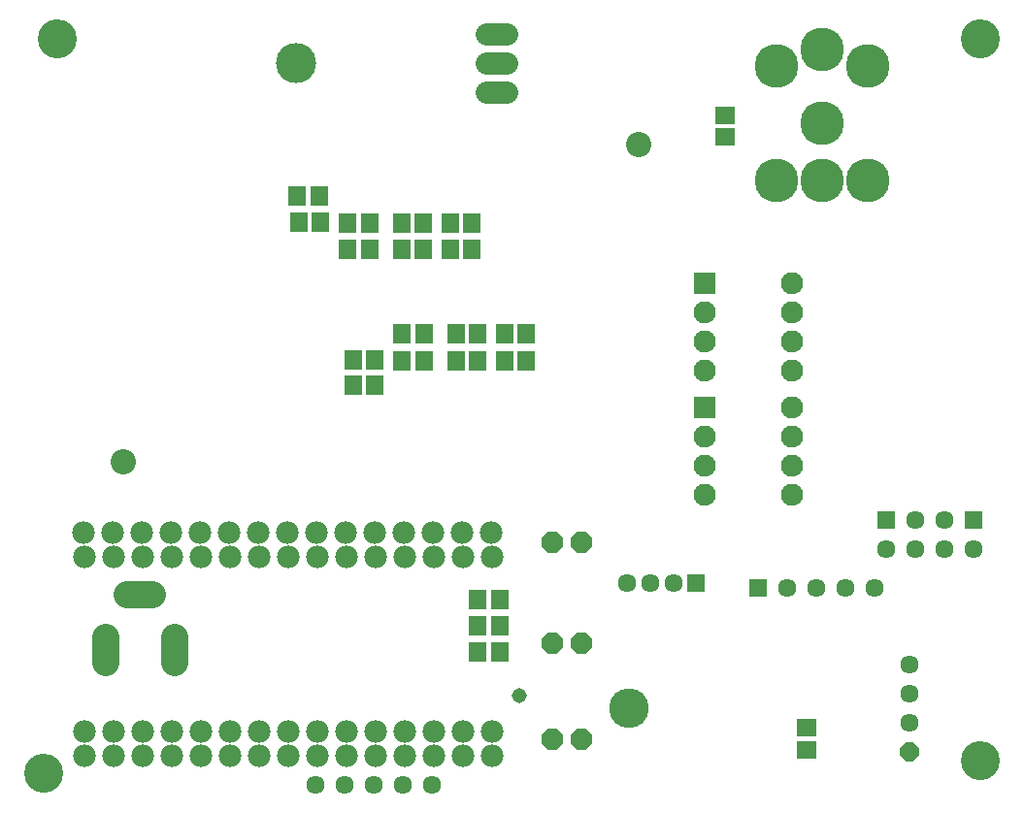
<source format=gbs>
G75*
%MOIN*%
%OFA0B0*%
%FSLAX25Y25*%
%IPPOS*%
%LPD*%
%AMOC8*
5,1,8,0,0,1.08239X$1,22.5*
%
%ADD10C,0.13398*%
%ADD11R,0.05918X0.06706*%
%ADD12R,0.06706X0.05918*%
%ADD13C,0.15036*%
%ADD14R,0.07600X0.07600*%
%ADD15C,0.07600*%
%ADD16C,0.07600*%
%ADD17C,0.13800*%
%ADD18C,0.07800*%
%ADD19OC8,0.06350*%
%ADD20C,0.06350*%
%ADD21C,0.13595*%
%ADD22C,0.09400*%
%ADD23R,0.06350X0.06350*%
%ADD24C,0.08674*%
%ADD25OC8,0.07400*%
%ADD26C,0.05162*%
D10*
X0013657Y0013787D03*
X0018157Y0266319D03*
X0335087Y0266319D03*
X0335087Y0018287D03*
D11*
X0170118Y0055508D03*
X0162638Y0055508D03*
X0162638Y0064508D03*
X0170118Y0064508D03*
X0170118Y0073508D03*
X0162638Y0073508D03*
X0127331Y0147185D03*
X0119850Y0147185D03*
X0119850Y0155787D03*
X0127331Y0155787D03*
X0136661Y0155610D03*
X0144142Y0155610D03*
X0144142Y0164783D03*
X0136661Y0164783D03*
X0155264Y0164783D03*
X0162744Y0164783D03*
X0171898Y0164783D03*
X0179378Y0164783D03*
X0179378Y0155610D03*
X0171898Y0155610D03*
X0162744Y0155610D03*
X0155264Y0155610D03*
X0153197Y0193720D03*
X0160677Y0193720D03*
X0160677Y0202815D03*
X0153197Y0202815D03*
X0144043Y0202815D03*
X0136563Y0202815D03*
X0136563Y0193720D03*
X0144043Y0193720D03*
X0125441Y0193720D03*
X0117961Y0193720D03*
X0117961Y0202815D03*
X0125441Y0202815D03*
X0108630Y0203051D03*
X0101150Y0203051D03*
X0100657Y0212146D03*
X0108138Y0212146D03*
D12*
X0247705Y0232520D03*
X0247705Y0240000D03*
X0275539Y0029409D03*
X0275539Y0021929D03*
D13*
X0280972Y0217618D03*
X0296720Y0217618D03*
X0280972Y0237303D03*
X0265224Y0217618D03*
X0265224Y0256988D03*
X0280972Y0262500D03*
X0296720Y0256988D03*
D14*
X0240520Y0182283D03*
X0240520Y0139429D03*
D15*
X0240520Y0129429D03*
X0240520Y0119429D03*
X0240520Y0109429D03*
X0270520Y0109429D03*
X0270520Y0119429D03*
X0270520Y0129429D03*
X0270520Y0139429D03*
X0270520Y0152283D03*
X0270520Y0162283D03*
X0270520Y0172283D03*
X0270520Y0182283D03*
X0240520Y0172283D03*
X0240520Y0162283D03*
X0240520Y0152283D03*
D16*
X0172542Y0247953D02*
X0165742Y0247953D01*
X0165742Y0257953D02*
X0172542Y0257953D01*
X0172542Y0267953D02*
X0165742Y0267953D01*
D17*
X0100142Y0257953D03*
D18*
X0097181Y0096634D03*
X0097437Y0088209D03*
X0087437Y0088209D03*
X0087181Y0096634D03*
X0077181Y0096634D03*
X0077437Y0088209D03*
X0067437Y0088209D03*
X0067181Y0096634D03*
X0057181Y0096634D03*
X0057437Y0088209D03*
X0047437Y0088209D03*
X0047181Y0096634D03*
X0037181Y0096634D03*
X0037437Y0088209D03*
X0027437Y0088209D03*
X0027181Y0096634D03*
X0107181Y0096634D03*
X0107437Y0088209D03*
X0117437Y0088209D03*
X0117181Y0096634D03*
X0127181Y0096634D03*
X0127437Y0088209D03*
X0137437Y0088209D03*
X0137181Y0096634D03*
X0147181Y0096634D03*
X0157181Y0096634D03*
X0157437Y0088209D03*
X0167437Y0088209D03*
X0167181Y0096634D03*
X0147437Y0088209D03*
X0147437Y0028209D03*
X0147575Y0019724D03*
X0157575Y0019724D03*
X0167575Y0019724D03*
X0167437Y0028209D03*
X0157437Y0028209D03*
X0137437Y0028209D03*
X0137575Y0019724D03*
X0127575Y0019724D03*
X0127437Y0028209D03*
X0117437Y0028209D03*
X0117575Y0019724D03*
X0107575Y0019724D03*
X0107437Y0028209D03*
X0097437Y0028209D03*
X0087437Y0028209D03*
X0087575Y0019724D03*
X0097575Y0019724D03*
X0077575Y0019724D03*
X0077437Y0028209D03*
X0067437Y0028209D03*
X0067575Y0019724D03*
X0057575Y0019724D03*
X0057437Y0028209D03*
X0047437Y0028209D03*
X0047575Y0019724D03*
X0037575Y0019724D03*
X0037437Y0028209D03*
X0027437Y0028209D03*
X0027575Y0019724D03*
D19*
X0310972Y0021004D03*
D20*
X0310972Y0031004D03*
X0310972Y0041004D03*
X0310972Y0051004D03*
X0298925Y0077421D03*
X0288925Y0077421D03*
X0278925Y0077421D03*
X0268925Y0077421D03*
X0302819Y0090813D03*
X0312819Y0090813D03*
X0322819Y0090813D03*
X0332819Y0090813D03*
X0322819Y0100813D03*
X0312819Y0100813D03*
X0229772Y0079311D03*
X0221898Y0079311D03*
X0214024Y0079311D03*
X0147035Y0010000D03*
X0137035Y0010000D03*
X0127035Y0010000D03*
X0117035Y0010000D03*
X0107035Y0010000D03*
D21*
X0214516Y0036004D03*
D22*
X0058512Y0051881D02*
X0058512Y0060481D01*
X0051001Y0075079D02*
X0042401Y0075079D01*
X0034890Y0060481D02*
X0034890Y0051881D01*
D23*
X0237646Y0079311D03*
X0258925Y0077421D03*
X0302819Y0100813D03*
X0332819Y0100813D03*
D24*
X0217961Y0229902D03*
X0040795Y0120846D03*
D25*
X0188378Y0093008D03*
X0198378Y0093008D03*
X0198378Y0058508D03*
X0188378Y0058508D03*
X0188378Y0025508D03*
X0198378Y0025508D03*
D26*
X0176878Y0040508D03*
M02*

</source>
